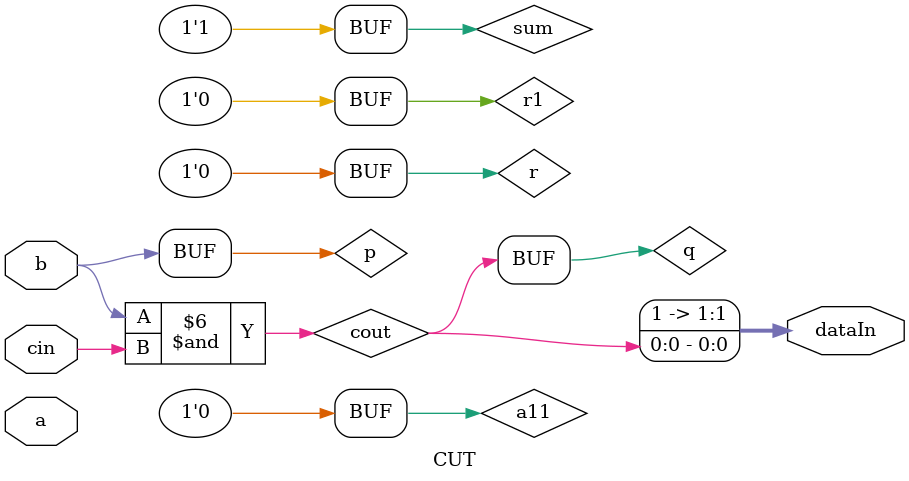
<source format=v>
`timescale 1ns / 1ps

module CUT(
    input a,
    input b,
    input cin,
    output[1:0] dataIn
);

    parameter f_1 = 1'b1;  // a stuck at 0
    parameter f_2 = 1'b1;  // r stuck at 0
    parameter f_3 = 1'b1;  // sum stuck at 1

    wire p,q,r,a11,r1,sum1,sum,cout;

    and f1(a11,~f_1,a);
    xor x1(p,a11,b);
    and a1(r,a11,b);
    xor x2(sum1,p,cin);
    or f3(sum,sum1,f_3);
    and a2(q,p,cin);
    and f2(r1,r,~f_2);
    or o1(cout,q,r1);

    assign dataIn = {sum,cout};

endmodule
</source>
